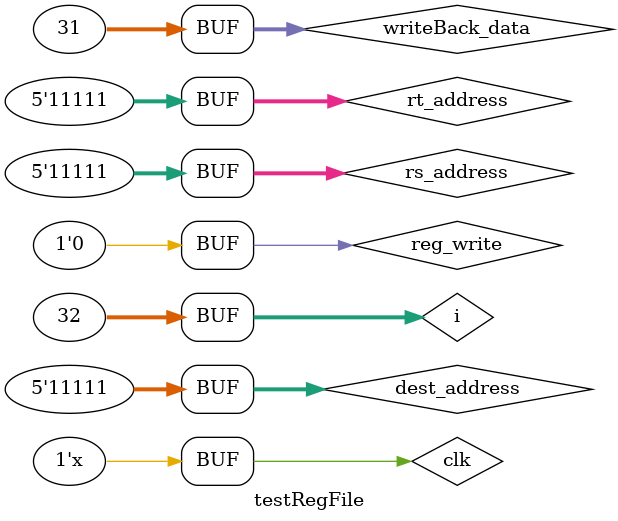
<source format=v>
module regFile(rs_address,rt_address,dest_address,writeBack_data,reg_write,clk,rs_data,rt_data); // 6 i/p , 2 o/p

input [4:0] rs_address,rt_address; //address '5 bits 
input [4:0] dest_address;
input[31:0] writeBack_data; // data to be saved '32 bits
input reg_write;
input clk;

output reg [31:0] rs_data,rt_data; //output data from rs_address,rt_address '32 bits

reg [31:0] index[0:31]; // first is number of reg size , second is number of regs




always @(negedge clk)
begin
if(reg_write)
index[dest_address] <= writeBack_data;


rs_data <= index[rs_address];
rt_data <= index[rt_address];
end
integer i;


initial
begin
for (i = 0 ; i < 32 ; i = i+1)

index[i] = i;
end
endmodule 

//////////////////////////////////////////////////////////////////////////////////
module testRegFile; //inputs are reg - 2 i/p , 6 o/p

 reg [4:0] rs_address,rt_address; //address '5 bits 
 reg [4:0] dest_address;

 reg[31:0] writeBack_data; // data to be saved '32 bits
 reg reg_write;
 reg clk;

 wire [31:0] in1,in2; //output data from rs_address,rt_address '32 bits

integer i;

always
begin
#1 clk = ~ clk;  
end



initial
begin

clk = 0;
reg_write =1;


$monitor($time, "  rs_address:%d , rt_address: %d ,dest_address = %d , writeBack_data=%d , reg_write=%d, clk=%d, out1=%d, out2=%d ",rs_address,rt_address,dest_address,writeBack_data,reg_write,clk,in1,in2);


//to init the data in reg every address have a value of his address 
for(i = 0 ; i < 32 ; i = i+1)
begin
writeBack_data <= i;
dest_address <= i;
#2;
end

reg_write = 0;
//to view the stored data
for (i = 0 ; i < 32 ; i = i+1)
begin
rs_address <= i;
rt_address <= i;
#1;
end

end

regFile Reg1(rs_address,rt_address,dest_address,writeBack_data,reg_write,clk,in1,in2);
endmodule 


</source>
